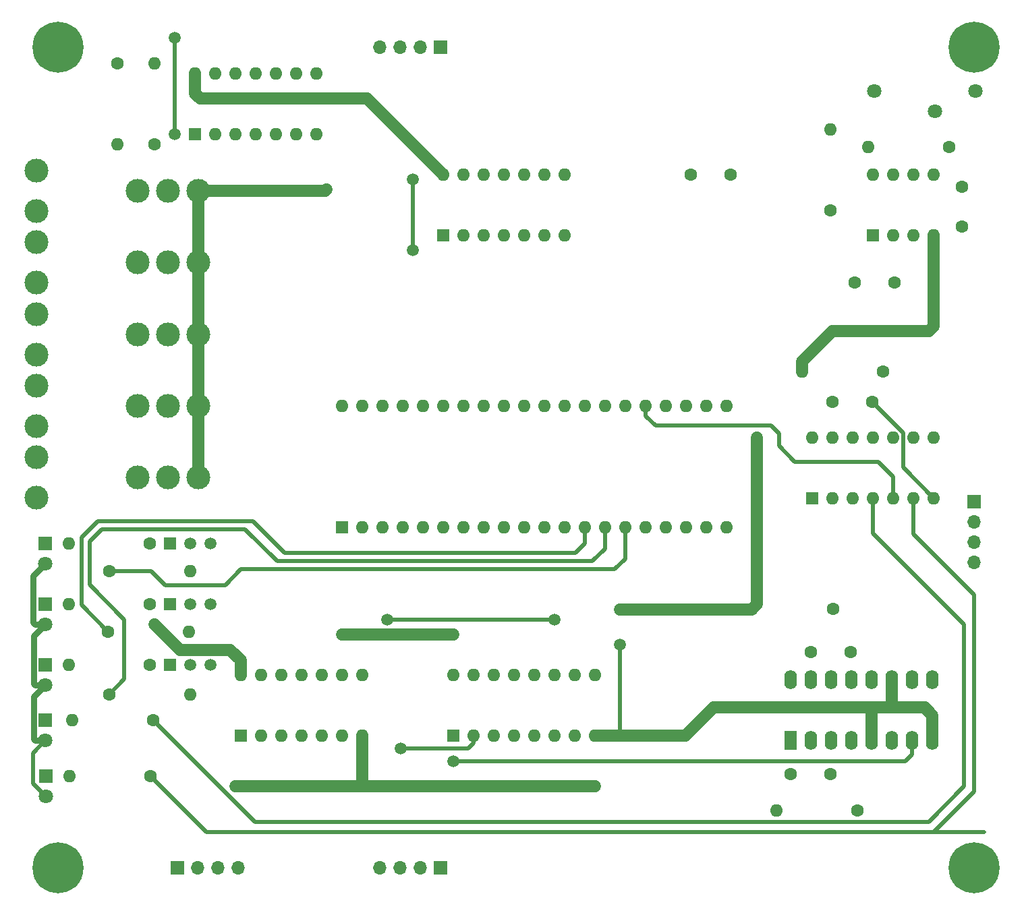
<source format=gbr>
%TF.GenerationSoftware,KiCad,Pcbnew,(6.0.4-0)*%
%TF.CreationDate,2024-05-14T16:24:58+10:00*%
%TF.ProjectId,E8Serial,45385365-7269-4616-9c2e-6b696361645f,rev?*%
%TF.SameCoordinates,Original*%
%TF.FileFunction,Copper,L1,Top*%
%TF.FilePolarity,Positive*%
%FSLAX46Y46*%
G04 Gerber Fmt 4.6, Leading zero omitted, Abs format (unit mm)*
G04 Created by KiCad (PCBNEW (6.0.4-0)) date 2024-05-14 16:24:58*
%MOMM*%
%LPD*%
G01*
G04 APERTURE LIST*
%TA.AperFunction,ComponentPad*%
%ADD10C,1.600000*%
%TD*%
%TA.AperFunction,ComponentPad*%
%ADD11O,1.600000X1.600000*%
%TD*%
%TA.AperFunction,ComponentPad*%
%ADD12C,3.000000*%
%TD*%
%TA.AperFunction,ComponentPad*%
%ADD13R,1.600000X1.600000*%
%TD*%
%TA.AperFunction,ComponentPad*%
%ADD14R,1.800000X1.800000*%
%TD*%
%TA.AperFunction,ComponentPad*%
%ADD15C,1.800000*%
%TD*%
%TA.AperFunction,ComponentPad*%
%ADD16R,1.700000X1.700000*%
%TD*%
%TA.AperFunction,ComponentPad*%
%ADD17O,1.700000X1.700000*%
%TD*%
%TA.AperFunction,ComponentPad*%
%ADD18R,1.500000X1.500000*%
%TD*%
%TA.AperFunction,ComponentPad*%
%ADD19C,1.500000*%
%TD*%
%TA.AperFunction,ComponentPad*%
%ADD20C,0.800000*%
%TD*%
%TA.AperFunction,ComponentPad*%
%ADD21C,6.400000*%
%TD*%
%TA.AperFunction,ComponentPad*%
%ADD22R,1.600000X2.400000*%
%TD*%
%TA.AperFunction,ComponentPad*%
%ADD23O,1.600000X2.400000*%
%TD*%
%TA.AperFunction,ViaPad*%
%ADD24C,1.500000*%
%TD*%
%TA.AperFunction,Conductor*%
%ADD25C,1.500000*%
%TD*%
%TA.AperFunction,Conductor*%
%ADD26C,0.500000*%
%TD*%
%TA.AperFunction,Conductor*%
%ADD27C,0.750000*%
%TD*%
G04 APERTURE END LIST*
D10*
%TO.P,C1,1*%
%TO.N,Net-(C1-Pad1)*%
X158500000Y-69500000D03*
%TO.P,C1,2*%
%TO.N,GND*%
X158500000Y-74500000D03*
%TD*%
%TO.P,R1,1*%
%TO.N,+5V*%
X52500000Y-54000000D03*
D11*
%TO.P,R1,2*%
%TO.N,~{CLR}*%
X52500000Y-64160000D03*
%TD*%
D10*
%TO.P,R2,1*%
%TO.N,Net-(C2-Pad1)*%
X142000000Y-72500000D03*
D11*
%TO.P,R2,2*%
%TO.N,Net-(R2-Pad2)*%
X142000000Y-62340000D03*
%TD*%
D10*
%TO.P,R3,1*%
%TO.N,Net-(C2-Pad1)*%
X156845000Y-64500000D03*
D11*
%TO.P,R3,2*%
%TO.N,Net-(R3-Pad2)*%
X146685000Y-64500000D03*
%TD*%
D12*
%TO.P,SW1,1,A*%
%TO.N,GND*%
X62620000Y-88000000D03*
%TO.P,SW1,2,B*%
%TO.N,Net-(SW1-Pad2)*%
X58810000Y-88000000D03*
%TO.P,SW1,3,C*%
%TO.N,~{CLR}*%
X55000000Y-88000000D03*
%TO.P,SW1,4*%
%TO.N,N/C*%
X42300000Y-90540000D03*
%TO.P,SW1,5*%
X42300000Y-85460000D03*
%TD*%
%TO.P,SW2,1,A*%
%TO.N,GND*%
X62620000Y-97000000D03*
%TO.P,SW2,2,B*%
%TO.N,Net-(SW2-Pad2)*%
X58810000Y-97000000D03*
%TO.P,SW2,3,C*%
%TO.N,~{CLR}*%
X55000000Y-97000000D03*
%TO.P,SW2,4*%
%TO.N,N/C*%
X42300000Y-99540000D03*
%TO.P,SW2,5*%
X42300000Y-94460000D03*
%TD*%
%TO.P,SW3,1,A*%
%TO.N,GND*%
X62620000Y-106000000D03*
%TO.P,SW3,2,B*%
%TO.N,Net-(SW3-Pad2)*%
X58810000Y-106000000D03*
%TO.P,SW3,3,C*%
%TO.N,~{CLR}*%
X55000000Y-106000000D03*
%TO.P,SW3,4*%
%TO.N,N/C*%
X42300000Y-108540000D03*
%TO.P,SW3,5*%
X42300000Y-103460000D03*
%TD*%
%TO.P,SW4,1,A*%
%TO.N,GND*%
X62620000Y-79000000D03*
%TO.P,SW4,2,B*%
%TO.N,Net-(SW4-Pad2)*%
X58810000Y-79000000D03*
%TO.P,SW4,3,C*%
%TO.N,~{CLR}*%
X55000000Y-79000000D03*
%TO.P,SW4,4*%
%TO.N,N/C*%
X42300000Y-81540000D03*
%TO.P,SW4,5*%
X42300000Y-76460000D03*
%TD*%
%TO.P,SW5,1,A*%
%TO.N,GND*%
X62620000Y-70000000D03*
%TO.P,SW5,2,B*%
%TO.N,Net-(SW5-Pad2)*%
X58810000Y-70000000D03*
%TO.P,SW5,3,C*%
%TO.N,~{CLR}*%
X55000000Y-70000000D03*
%TO.P,SW5,4*%
%TO.N,N/C*%
X42300000Y-72540000D03*
%TO.P,SW5,5*%
X42300000Y-67460000D03*
%TD*%
D13*
%TO.P,U5,1*%
%TO.N,ODA*%
X139700000Y-108585000D03*
D11*
%TO.P,U5,2*%
%TO.N,Net-(U5-Pad2)*%
X142240000Y-108585000D03*
%TO.P,U5,3*%
%TO.N,RX*%
X144780000Y-108585000D03*
%TO.P,U5,4*%
%TO.N,Net-(R7-Pad1)*%
X147320000Y-108585000D03*
%TO.P,U5,5*%
%TO.N,TX*%
X149860000Y-108585000D03*
%TO.P,U5,6*%
%TO.N,Net-(R8-Pad1)*%
X152400000Y-108585000D03*
%TO.P,U5,7,GND*%
%TO.N,GND*%
X154940000Y-108585000D03*
%TO.P,U5,8*%
%TO.N,Net-(U4-Pad17)*%
X154940000Y-100965000D03*
%TO.P,U5,9*%
%TO.N,Net-(U3-Pad3)*%
X152400000Y-100965000D03*
%TO.P,U5,10*%
%TO.N,Net-(C3-Pad2)*%
X149860000Y-100965000D03*
%TO.P,U5,11*%
%TO.N,TBMT*%
X147320000Y-100965000D03*
%TO.P,U5,12*%
%TO.N,Net-(U4-Pad21)_1*%
X144780000Y-100965000D03*
%TO.P,U5,13*%
%TO.N,Net-(C4-Pad1)*%
X142240000Y-100965000D03*
%TO.P,U5,14,VCC*%
%TO.N,+5V*%
X139700000Y-100965000D03*
%TD*%
D13*
%TO.P,U3,1,GND*%
%TO.N,GND*%
X147320000Y-75565000D03*
D11*
%TO.P,U3,2,TR*%
%TO.N,Net-(C2-Pad1)*%
X149860000Y-75565000D03*
%TO.P,U3,3,Q*%
%TO.N,Net-(U3-Pad3)*%
X152400000Y-75565000D03*
%TO.P,U3,4,R*%
%TO.N,+5V*%
X154940000Y-75565000D03*
%TO.P,U3,5,CV*%
%TO.N,Net-(C1-Pad1)*%
X154940000Y-67945000D03*
%TO.P,U3,6,THR*%
%TO.N,Net-(C2-Pad1)*%
X152400000Y-67945000D03*
%TO.P,U3,7,DIS*%
%TO.N,Net-(R3-Pad2)*%
X149860000Y-67945000D03*
%TO.P,U3,8,VCC*%
%TO.N,+5V*%
X147320000Y-67945000D03*
%TD*%
D13*
%TO.P,U4,1,+5V*%
%TO.N,+5V*%
X80645000Y-112240000D03*
D11*
%TO.P,U4,2,N/C_(_+12V_ON_1013_)*%
%TO.N,unconnected-(U4-Pad2)*%
X83185000Y-112240000D03*
%TO.P,U4,3,GND*%
%TO.N,GND*%
X85725000Y-112240000D03*
%TO.P,U4,4,~{RDE}*%
%TO.N,unconnected-(U4-Pad4)*%
X88265000Y-112240000D03*
%TO.P,U4,5,RD8*%
%TO.N,Net-(U4-Pad5)*%
X90805000Y-112240000D03*
%TO.P,U4,6,RD7*%
%TO.N,Net-(U4-Pad6)*%
X93345000Y-112240000D03*
%TO.P,U4,7,RD6*%
%TO.N,Net-(U4-Pad7)*%
X95885000Y-112240000D03*
%TO.P,U4,8,RD5*%
%TO.N,Net-(U4-Pad8)*%
X98425000Y-112240000D03*
%TO.P,U4,9,RD4*%
%TO.N,Net-(U4-Pad9)*%
X100965000Y-112240000D03*
%TO.P,U4,10,RD3*%
%TO.N,Net-(U4-Pad10)*%
X103505000Y-112240000D03*
%TO.P,U4,11,RD2*%
%TO.N,Net-(U4-Pad11)*%
X106045000Y-112240000D03*
%TO.P,U4,12,RD1*%
%TO.N,Net-(U4-Pad12)*%
X108585000Y-112240000D03*
%TO.P,U4,13,RPE*%
%TO.N,PARITY_ERROR*%
X111125000Y-112240000D03*
%TO.P,U4,14,RFE*%
%TO.N,FRAMING_ERROR*%
X113665000Y-112240000D03*
%TO.P,U4,15,ROR*%
%TO.N,OVERRUN*%
X116205000Y-112240000D03*
%TO.P,U4,16,~{SWE}*%
%TO.N,unconnected-(U4-Pad16)*%
X118745000Y-112240000D03*
%TO.P,U4,17,RCP*%
%TO.N,Net-(U4-Pad17)*%
X121285000Y-112240000D03*
%TO.P,U4,18,~{RDA(V})*%
%TO.N,~{RDA}*%
X123825000Y-112240000D03*
%TO.P,U4,19,ODA_(DAV)*%
%TO.N,ODA*%
X126365000Y-112240000D03*
%TO.P,U4,20,RSI*%
%TO.N,RX*%
X128905000Y-112240000D03*
%TO.P,U4,21,RESET*%
%TO.N,Net-(U4-Pad21)_1*%
X128905000Y-97000000D03*
%TO.P,U4,22,TBMT*%
%TO.N,TBMT*%
X126365000Y-97000000D03*
%TO.P,U4,23,~{DS}*%
%TO.N,~{INPUT_RESET_FLAG}*%
X123825000Y-97000000D03*
%TO.P,U4,24,TEOC*%
%TO.N,unconnected-(U4-Pad24)*%
X121285000Y-97000000D03*
%TO.P,U4,25,TSO*%
%TO.N,TX*%
X118745000Y-97000000D03*
%TO.P,U4,26,DB1*%
%TO.N,Net-(U2-Pad13)*%
X116205000Y-97000000D03*
%TO.P,U4,27,DB2*%
%TO.N,Net-(U2-Pad12)*%
X113665000Y-97000000D03*
%TO.P,U4,28,DB3*%
%TO.N,Net-(U2-Pad11)*%
X111125000Y-97000000D03*
%TO.P,U4,29,DB4*%
%TO.N,Net-(U2-Pad10)*%
X108585000Y-97000000D03*
%TO.P,U4,30,DB5*%
%TO.N,Net-(U2-Pad6)*%
X106045000Y-97000000D03*
%TO.P,U4,31,DB6*%
%TO.N,Net-(U2-Pad5)*%
X103505000Y-97000000D03*
%TO.P,U4,32,DB7*%
%TO.N,Net-(U2-Pad4)*%
X100965000Y-97000000D03*
%TO.P,U4,33,DB8*%
%TO.N,Net-(U2-Pad3)*%
X98425000Y-97000000D03*
%TO.P,U4,34,CS*%
%TO.N,~{CLR}*%
X95885000Y-97000000D03*
%TO.P,U4,35,NPB*%
%TO.N,Net-(SW5-Pad2)*%
X93345000Y-97000000D03*
%TO.P,U4,36,NSB*%
%TO.N,Net-(SW4-Pad2)*%
X90805000Y-97000000D03*
%TO.P,U4,37,NDB2*%
%TO.N,Net-(SW1-Pad2)*%
X88265000Y-97000000D03*
%TO.P,U4,38,NDB1*%
%TO.N,Net-(SW2-Pad2)*%
X85725000Y-97000000D03*
%TO.P,U4,39,POE*%
%TO.N,Net-(SW3-Pad2)*%
X83185000Y-97000000D03*
%TO.P,U4,40,TCP*%
%TO.N,Net-(U4-Pad17)*%
X80645000Y-97000000D03*
%TD*%
D13*
%TO.P,U7,1,~{PL}*%
%TO.N,SL*%
X94615000Y-138430000D03*
D11*
%TO.P,U7,2,CP*%
%TO.N,~{OUT_CLOCK}*%
X97155000Y-138430000D03*
%TO.P,U7,3,D4*%
%TO.N,Net-(U4-Pad9)*%
X99695000Y-138430000D03*
%TO.P,U7,4,D5*%
%TO.N,Net-(U4-Pad10)*%
X102235000Y-138430000D03*
%TO.P,U7,5,D6*%
%TO.N,Net-(U4-Pad11)*%
X104775000Y-138430000D03*
%TO.P,U7,6,D7*%
%TO.N,Net-(U4-Pad12)*%
X107315000Y-138430000D03*
%TO.P,U7,7,~{Q7}*%
%TO.N,Net-(U6-Pad10)*%
X109855000Y-138430000D03*
%TO.P,U7,8,GND*%
%TO.N,GND*%
X112395000Y-138430000D03*
%TO.P,U7,9,Q7*%
%TO.N,unconnected-(U7-Pad9)*%
X112395000Y-130810000D03*
%TO.P,U7,10,DS*%
%TO.N,GND*%
X109855000Y-130810000D03*
%TO.P,U7,11,D0*%
%TO.N,Net-(U4-Pad5)*%
X107315000Y-130810000D03*
%TO.P,U7,12,D1*%
%TO.N,Net-(U4-Pad6)*%
X104775000Y-130810000D03*
%TO.P,U7,13,D2*%
%TO.N,Net-(U4-Pad7)*%
X102235000Y-130810000D03*
%TO.P,U7,14,D3*%
%TO.N,Net-(U4-Pad8)*%
X99695000Y-130810000D03*
%TO.P,U7,15,~{CE}*%
%TO.N,GND*%
X97155000Y-130810000D03*
%TO.P,U7,16,VCC*%
%TO.N,+5V*%
X94615000Y-130810000D03*
%TD*%
D10*
%TO.P,C2,1*%
%TO.N,Net-(C2-Pad1)*%
X150000000Y-81500000D03*
%TO.P,C2,2*%
%TO.N,GND*%
X145000000Y-81500000D03*
%TD*%
D14*
%TO.P,D1,1,K*%
%TO.N,Net-(D1-Pad1)*%
X43450000Y-114285000D03*
D15*
%TO.P,D1,2,A*%
%TO.N,+5V*%
X43450000Y-116825000D03*
%TD*%
D14*
%TO.P,D2,1,K*%
%TO.N,Net-(D2-Pad1)*%
X43450000Y-121905000D03*
D15*
%TO.P,D2,2,A*%
%TO.N,+5V*%
X43450000Y-124445000D03*
%TD*%
D14*
%TO.P,D3,1,K*%
%TO.N,Net-(D3-Pad1)*%
X43450000Y-129525000D03*
D15*
%TO.P,D3,2,A*%
%TO.N,+5V*%
X43450000Y-132065000D03*
%TD*%
D14*
%TO.P,D4,1,K*%
%TO.N,Net-(D4-Pad1)*%
X43450000Y-136500000D03*
D15*
%TO.P,D4,2,A*%
%TO.N,+5V*%
X43450000Y-139040000D03*
%TD*%
D10*
%TO.P,R4,1*%
%TO.N,Net-(Q1-Pad1)*%
X56500000Y-114285000D03*
D11*
%TO.P,R4,2*%
%TO.N,Net-(D1-Pad1)*%
X46340000Y-114285000D03*
%TD*%
D10*
%TO.P,R5,1*%
%TO.N,Net-(Q2-Pad1)*%
X56500000Y-121905000D03*
D11*
%TO.P,R5,2*%
%TO.N,Net-(D2-Pad1)*%
X46340000Y-121905000D03*
%TD*%
D10*
%TO.P,R6,1*%
%TO.N,Net-(Q3-Pad1)*%
X56515000Y-129525000D03*
D11*
%TO.P,R6,2*%
%TO.N,Net-(D3-Pad1)*%
X46355000Y-129525000D03*
%TD*%
D10*
%TO.P,R7,1*%
%TO.N,Net-(R7-Pad1)*%
X57000000Y-136500000D03*
D11*
%TO.P,R7,2*%
%TO.N,Net-(D4-Pad1)*%
X46840000Y-136500000D03*
%TD*%
D14*
%TO.P,D5,1,K*%
%TO.N,Net-(D5-Pad1)*%
X43500000Y-143495000D03*
D15*
%TO.P,D5,2,A*%
%TO.N,+5V*%
X43500000Y-146035000D03*
%TD*%
D10*
%TO.P,R8,1*%
%TO.N,Net-(R8-Pad1)*%
X56660000Y-143495000D03*
D11*
%TO.P,R8,2*%
%TO.N,Net-(D5-Pad1)*%
X46500000Y-143495000D03*
%TD*%
D10*
%TO.P,R15,1*%
%TO.N,OVERRUN*%
X51435000Y-117714000D03*
D11*
%TO.P,R15,2*%
%TO.N,Net-(Q1-Pad2)*%
X61595000Y-117714000D03*
%TD*%
D10*
%TO.P,C3,1*%
%TO.N,Net-(C3-Pad1)*%
X124460000Y-67945000D03*
%TO.P,C3,2*%
%TO.N,Net-(C3-Pad2)*%
X129460000Y-67945000D03*
%TD*%
%TO.P,C4,1*%
%TO.N,Net-(C4-Pad1)*%
X142240000Y-96520000D03*
%TO.P,C4,2*%
%TO.N,GND*%
X147240000Y-96520000D03*
%TD*%
%TO.P,C5,1*%
%TO.N,Net-(C5-Pad1)*%
X137000000Y-143200000D03*
%TO.P,C5,2*%
%TO.N,Net-(C5-Pad2)*%
X142000000Y-143200000D03*
%TD*%
%TO.P,C6,1*%
%TO.N,Net-(C6-Pad1)*%
X139500000Y-127900000D03*
%TO.P,C6,2*%
%TO.N,Net-(C6-Pad2)*%
X144500000Y-127900000D03*
%TD*%
D16*
%TO.P,J1,1,Pin_1*%
%TO.N,~{INPUT_CLOCK}*%
X93000000Y-52000000D03*
D17*
%TO.P,J1,2,Pin_2*%
%TO.N,~{INPUT_DATA}*%
X90460000Y-52000000D03*
%TO.P,J1,3,Pin_3*%
%TO.N,~{INPUT_FLAG}*%
X87920000Y-52000000D03*
%TO.P,J1,4,Pin_4*%
%TO.N,~{INPUT_RESET_FLAG}*%
X85380000Y-52000000D03*
%TD*%
D18*
%TO.P,Q1,1,C*%
%TO.N,Net-(Q1-Pad1)*%
X59055000Y-114285000D03*
D19*
%TO.P,Q1,2,B*%
%TO.N,Net-(Q1-Pad2)*%
X61595000Y-114285000D03*
%TO.P,Q1,3,E*%
%TO.N,GND*%
X64135000Y-114285000D03*
%TD*%
D18*
%TO.P,Q2,1,C*%
%TO.N,Net-(Q2-Pad1)*%
X59055000Y-121905000D03*
D19*
%TO.P,Q2,2,B*%
%TO.N,Net-(Q2-Pad2)*%
X61595000Y-121905000D03*
%TO.P,Q2,3,E*%
%TO.N,GND*%
X64135000Y-121905000D03*
%TD*%
D18*
%TO.P,Q3,1,C*%
%TO.N,Net-(Q3-Pad1)*%
X59055000Y-129525000D03*
D19*
%TO.P,Q3,2,B*%
%TO.N,Net-(Q3-Pad2)*%
X61595000Y-129525000D03*
%TO.P,Q3,3,E*%
%TO.N,GND*%
X64135000Y-129525000D03*
%TD*%
D10*
%TO.P,R9,1*%
%TO.N,Net-(C3-Pad1)*%
X57150000Y-64135000D03*
D11*
%TO.P,R9,2*%
%TO.N,+5V*%
X57150000Y-53975000D03*
%TD*%
D10*
%TO.P,R10,1*%
%TO.N,PARITY_ERROR*%
X51308000Y-125334000D03*
D11*
%TO.P,R10,2*%
%TO.N,Net-(Q2-Pad2)*%
X61468000Y-125334000D03*
%TD*%
D10*
%TO.P,R11,1*%
%TO.N,FRAMING_ERROR*%
X51435000Y-133208000D03*
D11*
%TO.P,R11,2*%
%TO.N,Net-(Q3-Pad2)*%
X61595000Y-133208000D03*
%TD*%
D10*
%TO.P,R12,1*%
%TO.N,Net-(C4-Pad1)*%
X148590000Y-92710000D03*
D11*
%TO.P,R12,2*%
%TO.N,+5V*%
X138430000Y-92710000D03*
%TD*%
D10*
%TO.P,R13,1*%
%TO.N,Net-(C5-Pad1)*%
X145380000Y-147800000D03*
D11*
%TO.P,R13,2*%
%TO.N,+5V*%
X135220000Y-147800000D03*
%TD*%
D10*
%TO.P,R14,1*%
%TO.N,Net-(C6-Pad1)*%
X142300000Y-122500000D03*
D11*
%TO.P,R14,2*%
%TO.N,+5V*%
X132140000Y-122500000D03*
%TD*%
D15*
%TO.P,RV1,1,1*%
%TO.N,Net-(R2-Pad2)*%
X147500000Y-57500000D03*
%TO.P,RV1,2,2*%
X155120000Y-60040000D03*
%TO.P,RV1,3,3*%
%TO.N,+5V*%
X160200000Y-57500000D03*
%TD*%
D13*
%TO.P,U1,1*%
%TO.N,Net-(C3-Pad1)*%
X62230000Y-62865000D03*
D11*
%TO.P,U1,2*%
%TO.N,Net-(U1-Pad11)*%
X64770000Y-62865000D03*
%TO.P,U1,3*%
%TO.N,Net-(U1-Pad10)*%
X67310000Y-62865000D03*
%TO.P,U1,4*%
%TO.N,~{INPUT_DATA}*%
X69850000Y-62865000D03*
%TO.P,U1,5*%
X72390000Y-62865000D03*
%TO.P,U1,6*%
%TO.N,Net-(U1-Pad6)*%
X74930000Y-62865000D03*
%TO.P,U1,7,GND*%
%TO.N,GND*%
X77470000Y-62865000D03*
%TO.P,U1,8*%
%TO.N,~{INPUT_FLAG}*%
X77470000Y-55245000D03*
%TO.P,U1,9*%
%TO.N,Net-(U1-Pad10)*%
X74930000Y-55245000D03*
%TO.P,U1,10*%
X72390000Y-55245000D03*
%TO.P,U1,11*%
%TO.N,Net-(U1-Pad11)*%
X69850000Y-55245000D03*
%TO.P,U1,12*%
%TO.N,Net-(U1-Pad10)*%
X67310000Y-55245000D03*
%TO.P,U1,13*%
%TO.N,~{INPUT_RESET_FLAG}*%
X64770000Y-55245000D03*
%TO.P,U1,14,VCC*%
%TO.N,+5V*%
X62230000Y-55245000D03*
%TD*%
D13*
%TO.P,U2,1,A*%
%TO.N,Net-(U1-Pad6)*%
X93345000Y-75565000D03*
D11*
%TO.P,U2,2,B*%
X95885000Y-75565000D03*
%TO.P,U2,3,QA*%
%TO.N,Net-(U2-Pad3)*%
X98425000Y-75565000D03*
%TO.P,U2,4,QB*%
%TO.N,Net-(U2-Pad4)*%
X100965000Y-75565000D03*
%TO.P,U2,5,QC*%
%TO.N,Net-(U2-Pad5)*%
X103505000Y-75565000D03*
%TO.P,U2,6,QD*%
%TO.N,Net-(U2-Pad6)*%
X106045000Y-75565000D03*
%TO.P,U2,7,GND*%
%TO.N,GND*%
X108585000Y-75565000D03*
%TO.P,U2,8,~{CLK}*%
%TO.N,~{INPUT_CLOCK}*%
X108585000Y-67945000D03*
%TO.P,U2,9,~{CLR}*%
%TO.N,~{CLR}*%
X106045000Y-67945000D03*
%TO.P,U2,10,QE*%
%TO.N,Net-(U2-Pad10)*%
X103505000Y-67945000D03*
%TO.P,U2,11,QF*%
%TO.N,Net-(U2-Pad11)*%
X100965000Y-67945000D03*
%TO.P,U2,12,QG*%
%TO.N,Net-(U2-Pad12)*%
X98425000Y-67945000D03*
%TO.P,U2,13,QH*%
%TO.N,Net-(U2-Pad13)*%
X95885000Y-67945000D03*
%TO.P,U2,14,+5V*%
%TO.N,+5V*%
X93345000Y-67945000D03*
%TD*%
D13*
%TO.P,U6,1*%
%TO.N,~{OUTPUT_RESET_FLAG}*%
X67945000Y-138430000D03*
D11*
%TO.P,U6,2*%
%TO.N,Net-(U6-Pad11)*%
X70485000Y-138430000D03*
%TO.P,U6,3*%
%TO.N,Net-(U6-Pad12)*%
X73025000Y-138430000D03*
%TO.P,U6,4*%
%TO.N,Net-(U6-Pad11)*%
X75565000Y-138430000D03*
%TO.P,U6,5*%
X78105000Y-138430000D03*
%TO.P,U6,6*%
%TO.N,~{OUTPUT_FLAG}*%
X80645000Y-138430000D03*
%TO.P,U6,7,GND*%
%TO.N,GND*%
X83185000Y-138430000D03*
%TO.P,U6,8*%
%TO.N,OUTPUT_DATA*%
X83185000Y-130810000D03*
%TO.P,U6,9*%
%TO.N,Net-(U6-Pad10)*%
X80645000Y-130810000D03*
%TO.P,U6,10*%
X78105000Y-130810000D03*
%TO.P,U6,11*%
%TO.N,Net-(U6-Pad11)*%
X75565000Y-130810000D03*
%TO.P,U6,12*%
%TO.N,Net-(U6-Pad12)*%
X73025000Y-130810000D03*
%TO.P,U6,13*%
%TO.N,SL*%
X70485000Y-130810000D03*
%TO.P,U6,14,VCC*%
%TO.N,+5V*%
X67945000Y-130810000D03*
%TD*%
D20*
%TO.P,H1,1,1*%
%TO.N,GND*%
X43302944Y-53697056D03*
X47400000Y-52000000D03*
X45000000Y-49600000D03*
D21*
X45000000Y-52000000D03*
D20*
X46697056Y-50302944D03*
X46697056Y-53697056D03*
X43302944Y-50302944D03*
X42600000Y-52000000D03*
X45000000Y-54400000D03*
%TD*%
%TO.P,H2,1,1*%
%TO.N,GND*%
X162400000Y-52000000D03*
X157600000Y-52000000D03*
D21*
X160000000Y-52000000D03*
D20*
X160000000Y-54400000D03*
X158302944Y-50302944D03*
X158302944Y-53697056D03*
X161697056Y-53697056D03*
X160000000Y-49600000D03*
X161697056Y-50302944D03*
%TD*%
%TO.P,H3,1,1*%
%TO.N,GND*%
X160000000Y-157400000D03*
D21*
X160000000Y-155000000D03*
D20*
X161697056Y-156697056D03*
X160000000Y-152600000D03*
X161697056Y-153302944D03*
X158302944Y-156697056D03*
X158302944Y-153302944D03*
X157600000Y-155000000D03*
X162400000Y-155000000D03*
%TD*%
%TO.P,H4,1,1*%
%TO.N,GND*%
X47400000Y-155000000D03*
X45000000Y-157400000D03*
X46697056Y-153302944D03*
X43302944Y-156697056D03*
D21*
X45000000Y-155000000D03*
D20*
X42600000Y-155000000D03*
X43302944Y-153302944D03*
X45000000Y-152600000D03*
X46697056Y-156697056D03*
%TD*%
D16*
%TO.P,J2,1,Pin_1*%
%TO.N,~{OUT_CLOCK}*%
X93000000Y-155000000D03*
D17*
%TO.P,J2,2,Pin_2*%
%TO.N,OUTPUT_DATA*%
X90460000Y-155000000D03*
%TO.P,J2,3,Pin_3*%
%TO.N,~{OUTPUT_FLAG}*%
X87920000Y-155000000D03*
%TO.P,J2,4,Pin_4*%
%TO.N,~{OUTPUT_RESET_FLAG}*%
X85380000Y-155000000D03*
%TD*%
D16*
%TO.P,J3,1,Pin_1*%
%TO.N,RX*%
X160020000Y-109000000D03*
D17*
%TO.P,J3,2,Pin_2*%
%TO.N,GND*%
X160020000Y-111540000D03*
%TO.P,J3,3,Pin_3*%
X160020000Y-114080000D03*
%TO.P,J3,4,Pin_4*%
%TO.N,TX*%
X160020000Y-116620000D03*
%TD*%
D16*
%TO.P,J4,1,Pin_1*%
%TO.N,GND*%
X60000000Y-155000000D03*
D17*
%TO.P,J4,2,Pin_2*%
X62540000Y-155000000D03*
%TO.P,J4,3,Pin_3*%
%TO.N,+5V*%
X65080000Y-155000000D03*
%TO.P,J4,4,Pin_4*%
X67620000Y-155000000D03*
%TD*%
D22*
%TO.P,U8,1,Cext*%
%TO.N,Net-(C5-Pad1)*%
X137000000Y-139000000D03*
D23*
%TO.P,U8,2,RCext*%
%TO.N,Net-(C5-Pad2)*%
X139540000Y-139000000D03*
%TO.P,U8,3,Clr*%
%TO.N,unconnected-(U8-Pad3)*%
X142080000Y-139000000D03*
%TO.P,U8,4,B*%
%TO.N,Net-(U5-Pad2)*%
X144620000Y-139000000D03*
%TO.P,U8,5,A*%
%TO.N,GND*%
X147160000Y-139000000D03*
%TO.P,U8,6,Q*%
%TO.N,Net-(U8-Pad12)*%
X149700000Y-139000000D03*
%TO.P,U8,7,~{Q}*%
%TO.N,SL*%
X152240000Y-139000000D03*
%TO.P,U8,8,GND*%
%TO.N,GND*%
X154780000Y-139000000D03*
%TO.P,U8,9,~{Q}*%
%TO.N,~{RDA}*%
X154780000Y-131380000D03*
%TO.P,U8,10,Q*%
%TO.N,unconnected-(U8-Pad10)*%
X152240000Y-131380000D03*
%TO.P,U8,11,A*%
%TO.N,GND*%
X149700000Y-131380000D03*
%TO.P,U8,12,B*%
%TO.N,Net-(U8-Pad12)*%
X147160000Y-131380000D03*
%TO.P,U8,13,Clr*%
%TO.N,unconnected-(U8-Pad13)*%
X144620000Y-131380000D03*
%TO.P,U8,14,RCext*%
%TO.N,Net-(C6-Pad2)*%
X142080000Y-131380000D03*
%TO.P,U8,15,Cext*%
%TO.N,Net-(C6-Pad1)*%
X139540000Y-131380000D03*
%TO.P,U8,16,VCC*%
%TO.N,+5V*%
X137000000Y-131380000D03*
%TD*%
D24*
%TO.N,GND*%
X112395000Y-144780000D03*
X115570000Y-127000000D03*
X78740000Y-69850000D03*
X67310000Y-144780000D03*
%TO.N,+5V*%
X57150000Y-124445000D03*
X115570000Y-122555000D03*
X80645000Y-125730000D03*
X132715000Y-100965000D03*
X94615000Y-125730000D03*
%TO.N,Net-(U4-Pad5)*%
X86360000Y-123825000D03*
X107315000Y-123825000D03*
%TO.N,Net-(C3-Pad1)*%
X59690000Y-50800000D03*
X59690000Y-62865000D03*
%TO.N,SL*%
X94615000Y-141605000D03*
%TO.N,~{OUT_CLOCK}*%
X88000000Y-140000000D03*
%TO.N,~{CLR}*%
X89535000Y-77470000D03*
X89535000Y-68580000D03*
%TD*%
D25*
%TO.N,GND*%
X147200000Y-134900000D02*
X147160000Y-134940000D01*
X62620000Y-70000000D02*
X78590000Y-70000000D01*
D26*
X115570000Y-127000000D02*
X115570000Y-138430000D01*
D25*
X149700000Y-134900000D02*
X149700000Y-131380000D01*
X149700000Y-134900000D02*
X153800000Y-134900000D01*
X112395000Y-138430000D02*
X123770000Y-138430000D01*
X83185000Y-138430000D02*
X83185000Y-144685000D01*
X123770000Y-138430000D02*
X127300000Y-134900000D01*
X67310000Y-144780000D02*
X83090000Y-144780000D01*
X83090000Y-144780000D02*
X83185000Y-144685000D01*
X154780000Y-135880000D02*
X154780000Y-139000000D01*
X147200000Y-134900000D02*
X149700000Y-134900000D01*
D26*
X151110001Y-100390001D02*
X151110001Y-104755001D01*
D25*
X83090000Y-144780000D02*
X112395000Y-144780000D01*
X153800000Y-134900000D02*
X154780000Y-135880000D01*
D26*
X147240000Y-96520000D02*
X151110001Y-100390001D01*
X151110001Y-104755001D02*
X154940000Y-108585000D01*
D25*
X147160000Y-134940000D02*
X147160000Y-139000000D01*
X127300000Y-134900000D02*
X147200000Y-134900000D01*
X62620000Y-70000000D02*
X62620000Y-106000000D01*
X78590000Y-70000000D02*
X78740000Y-69850000D01*
D27*
%TO.N,+5V*%
X41974999Y-138837791D02*
X41974999Y-133540001D01*
D25*
X83820000Y-58420000D02*
X93345000Y-67945000D01*
D27*
X42177208Y-139040000D02*
X41974999Y-138837791D01*
D25*
X132080000Y-122555000D02*
X115570000Y-122555000D01*
X138430000Y-92710000D02*
X138430000Y-91440000D01*
X154305000Y-87630000D02*
X154940000Y-86995000D01*
X138430000Y-91440000D02*
X142240000Y-87630000D01*
D27*
X41974999Y-131862791D02*
X41974999Y-125920001D01*
D26*
X41910000Y-144445000D02*
X43500000Y-146035000D01*
X41910000Y-140580000D02*
X41910000Y-144445000D01*
D25*
X132715000Y-121920000D02*
X132080000Y-122555000D01*
X62230000Y-55245000D02*
X62230000Y-57785000D01*
X80645000Y-125730000D02*
X94615000Y-125730000D01*
D27*
X43450000Y-124445000D02*
X42177208Y-124445000D01*
X42177208Y-124445000D02*
X41910000Y-124177792D01*
D25*
X132715000Y-100965000D02*
X132715000Y-121920000D01*
X62865000Y-58420000D02*
X83820000Y-58420000D01*
D27*
X41974999Y-125920001D02*
X43450000Y-124445000D01*
D25*
X67945000Y-128945000D02*
X67945000Y-130810000D01*
D27*
X43450000Y-132065000D02*
X42177208Y-132065000D01*
D25*
X66620000Y-127620000D02*
X67945000Y-128945000D01*
X60325000Y-127620000D02*
X57150000Y-124445000D01*
X154940000Y-86995000D02*
X154940000Y-75565000D01*
D27*
X41910000Y-118365000D02*
X43450000Y-116825000D01*
D26*
X43450000Y-139040000D02*
X41910000Y-140580000D01*
D25*
X62230000Y-57785000D02*
X62865000Y-58420000D01*
D27*
X41974999Y-133540001D02*
X43450000Y-132065000D01*
X41910000Y-124177792D02*
X41910000Y-118365000D01*
D25*
X142240000Y-87630000D02*
X154305000Y-87630000D01*
D27*
X43450000Y-139040000D02*
X42177208Y-139040000D01*
D25*
X60325000Y-127620000D02*
X66620000Y-127620000D01*
D27*
X42177208Y-132065000D02*
X41974999Y-131862791D01*
D26*
%TO.N,Net-(U4-Pad5)*%
X86360000Y-123825000D02*
X107315000Y-123825000D01*
%TO.N,Net-(R7-Pad1)*%
X78275000Y-149225000D02*
X69725000Y-149225000D01*
X147320000Y-113030000D02*
X147320000Y-108585000D01*
X78275000Y-149225000D02*
X154305000Y-149225000D01*
X158750000Y-144780000D02*
X158750000Y-124460000D01*
X154305000Y-149225000D02*
X158750000Y-144780000D01*
X69725000Y-149225000D02*
X57000000Y-136500000D01*
X158750000Y-124460000D02*
X147320000Y-113030000D01*
%TO.N,Net-(R8-Pad1)*%
X152400000Y-113089964D02*
X152400000Y-109716370D01*
X160020000Y-120709964D02*
X152400000Y-113089964D01*
X152400000Y-109716370D02*
X152400000Y-108585000D01*
X63660000Y-150495000D02*
X56660000Y-143495000D01*
X154940000Y-150495000D02*
X160020000Y-145415000D01*
X160020000Y-145415000D02*
X160020000Y-120709964D01*
X161280000Y-150495000D02*
X63660000Y-150495000D01*
%TO.N,TX*%
X149860000Y-105860000D02*
X148000000Y-104000000D01*
X137500000Y-104000000D02*
X135500000Y-102000000D01*
X149860000Y-108585000D02*
X149860000Y-105860000D01*
X148000000Y-104000000D02*
X137500000Y-104000000D01*
X118745000Y-98245000D02*
X118745000Y-97000000D01*
X134500000Y-99500000D02*
X120000000Y-99500000D01*
X135500000Y-102000000D02*
X135500000Y-100500000D01*
X120000000Y-99500000D02*
X118745000Y-98245000D01*
X135500000Y-100500000D02*
X134500000Y-99500000D01*
%TO.N,OVERRUN*%
X56714000Y-117714000D02*
X58500000Y-119500000D01*
X69000000Y-117500000D02*
X70000000Y-117500000D01*
X58500000Y-119500000D02*
X66000000Y-119500000D01*
X51435000Y-117714000D02*
X56714000Y-117714000D01*
X68000000Y-117500000D02*
X70000000Y-117500000D01*
X70000000Y-117500000D02*
X114910000Y-117500000D01*
X116205000Y-116205000D02*
X116205000Y-112240000D01*
X66000000Y-119500000D02*
X68000000Y-117500000D01*
X114910000Y-117500000D02*
X116205000Y-116205000D01*
%TO.N,Net-(C3-Pad1)*%
X59690000Y-50800000D02*
X59690000Y-62865000D01*
%TO.N,PARITY_ERROR*%
X109925000Y-115500000D02*
X111125000Y-114300000D01*
X51308000Y-125334000D02*
X48000000Y-122026000D01*
X50000000Y-111500000D02*
X69500000Y-111500000D01*
X69500000Y-111500000D02*
X73500000Y-115500000D01*
X48000000Y-122026000D02*
X48000000Y-113500000D01*
X73500000Y-115500000D02*
X109925000Y-115500000D01*
X111125000Y-114300000D02*
X111125000Y-112240000D01*
X48000000Y-113500000D02*
X50000000Y-111500000D01*
%TO.N,FRAMING_ERROR*%
X51435000Y-133208000D02*
X53340000Y-131303000D01*
X113665000Y-114935000D02*
X113665000Y-112240000D01*
X72500000Y-116500000D02*
X112100000Y-116500000D01*
X68500000Y-112500000D02*
X72500000Y-116500000D01*
X49000000Y-114000000D02*
X50500000Y-112500000D01*
X50500000Y-112500000D02*
X68500000Y-112500000D01*
X53340000Y-131303000D02*
X53340000Y-123810000D01*
X112100000Y-116500000D02*
X113665000Y-114935000D01*
X49000000Y-119470000D02*
X49000000Y-114000000D01*
X53340000Y-123810000D02*
X49000000Y-119470000D01*
%TO.N,SL*%
X94615000Y-141605000D02*
X151395000Y-141605000D01*
X151395000Y-141605000D02*
X152240000Y-140760000D01*
X152240000Y-140760000D02*
X152240000Y-139000000D01*
%TO.N,~{OUT_CLOCK}*%
X96500000Y-140000000D02*
X88000000Y-140000000D01*
X97155000Y-139345000D02*
X96500000Y-140000000D01*
X97155000Y-138430000D02*
X97155000Y-139345000D01*
%TO.N,~{CLR}*%
X89535000Y-68580000D02*
X89535000Y-77470000D01*
%TD*%
M02*

</source>
